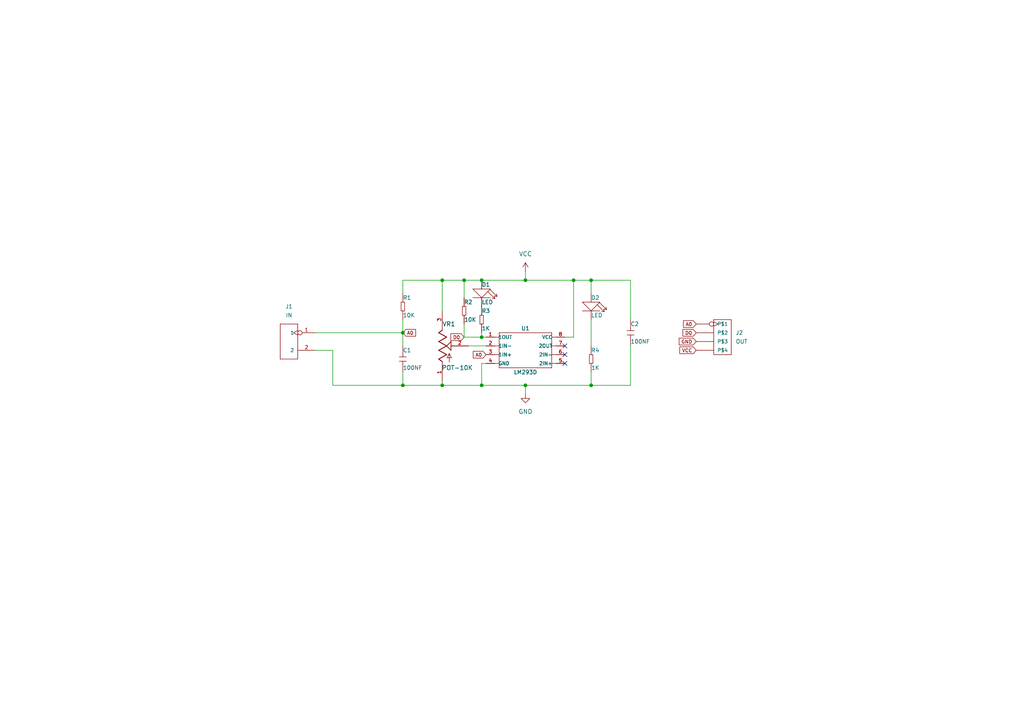
<source format=kicad_sch>
(kicad_sch (version 20211123) (generator eeschema)
  (paper "A4")
  (lib_symbols
    (symbol "3362P-1-103LF:3362P-1-103LF" (pin_names (offset 1.016) hide)
      (property "Reference" "VR" (at -10.1854 2.54 0))
      (property "Value" "3362P-1-103LF" (at -10.16 -7.6454 0))
      (symbol "3362P-1-103LF_0_0"
        (polyline (pts (xy -5.08 0) (xy -4.572 0)) (stroke (width 0.1524)))
        (polyline (pts (xy -4.699 -2.032) (xy -2.159 -2.032)) (stroke (width 0.1524)))
        (polyline (pts (xy -4.572 0) (xy -3.81 1.016)) (stroke (width 0.254)))
        (polyline (pts (xy -3.81 1.016) (xy -2.54 -1.27)) (stroke (width 0.254)))
        (polyline (pts (xy -3.429 -2.667) (xy -3.429 -1.397)) (stroke (width 0.1524)))
        (polyline (pts (xy -3.429 -1.397) (xy -2.159 -2.032)) (stroke (width 0.1524)))
        (polyline (pts (xy -2.54 -1.27) (xy -1.27 1.016)) (stroke (width 0.254)))
        (polyline (pts (xy -2.159 -2.032) (xy -3.429 -2.667)) (stroke (width 0.1524)))
        (polyline (pts (xy -1.27 -2.54) (xy 0 -1.27)) (stroke (width 0.2032)))
        (polyline (pts (xy -1.27 1.016) (xy 0 -1.27)) (stroke (width 0.254)))
        (polyline (pts (xy 0 -1.27) (xy 1.27 -2.54)) (stroke (width 0.2032)))
        (polyline (pts (xy 0 -1.27) (xy 1.27 1.016)) (stroke (width 0.254)))
        (polyline (pts (xy 1.27 -2.54) (xy -1.27 -2.54)) (stroke (width 0.2032)))
        (polyline (pts (xy 1.27 1.016) (xy 2.54 -1.27)) (stroke (width 0.254)))
        (polyline (pts (xy 2.54 -1.27) (xy 3.81 1.016)) (stroke (width 0.254)))
        (polyline (pts (xy 3.81 1.016) (xy 4.572 0)) (stroke (width 0.254)))
        (polyline (pts (xy 4.572 0) (xy 5.08 0)) (stroke (width 0.1524)))
        (pin passive line (at -10.16 0 0) (length 5.08) (name "~") (number "1"))
        (pin passive line (at 0 -7.62 90) (length 5.08) (name "~") (number "2"))
        (pin passive line (at 10.16 0 180) (length 5.08) (name "~") (number "3"))
      )
    )
    (symbol "OPL_Capacitor:CERAMIC-100NF-50V-10%-X7R_0603_" (pin_numbers hide) (pin_names (offset 1.016) hide)
      (property "Reference" "C" (at -3.81 1.27 0))
      (property "Value" "CERAMIC-100NF-50V-10%-X7R_0603_" (at -3.81 -2.54 0))
      (symbol "CERAMIC-100NF-50V-10%-X7R_0603__1_0"
        (polyline (pts (xy -1.27 0) (xy -0.635 0)))
        (polyline (pts (xy -0.635 -1.016) (xy -0.635 0)))
        (polyline (pts (xy -0.635 0) (xy -0.635 1.016)))
        (polyline (pts (xy 0.635 0) (xy 0.635 -1.016)))
        (polyline (pts (xy 0.635 0) (xy 1.27 0)))
        (polyline (pts (xy 0.635 1.016) (xy 0.635 0)))
      )
      (symbol "CERAMIC-100NF-50V-10%-X7R_0603__1_1"
        (pin passive line (at -3.81 0 0) (length 2.54) (name "1") (number "1"))
        (pin passive line (at 3.81 0 180) (length 2.54) (name "2") (number "2"))
      )
    )
    (symbol "OPL_Connector:DIP-BLACK-MALE-HEADER-VERT_2P-2.54_" (pin_names (offset 1.016))
      (property "Reference" "J" (at -6.35 6.35 0))
      (property "Value" "DIP-BLACK-MALE-HEADER-VERT_2P-2.54_" (at 1.27 6.35 0))
      (symbol "DIP-BLACK-MALE-HEADER-VERT_2P-2.54__1_0"
        (polyline (pts (xy -2.54 -5.08) (xy -2.54 5.08)))
        (polyline (pts (xy -2.54 5.08) (xy 2.54 5.08)))
        (polyline (pts (xy 2.54 -5.08) (xy -2.54 -5.08)))
        (polyline (pts (xy 2.54 5.08) (xy 2.54 -5.08)))
      )
      (symbol "DIP-BLACK-MALE-HEADER-VERT_2P-2.54__1_1"
        (pin bidirectional inverted_clock (at -7.62 2.54 0) (length 5.08) (name "1") (number "1"))
        (pin bidirectional line (at -7.62 -2.54 0) (length 5.08) (name "2") (number "2"))
      )
    )
    (symbol "OPL_Connector:DIP-BLACK-MALE-HEADER-VERT_4P-2.54_" (pin_numbers hide) (pin_names (offset 1.016))
      (property "Reference" "J" (at -7.62 6.35 0))
      (property "Value" "DIP-BLACK-MALE-HEADER-VERT_4P-2.54_" (at -1.27 6.35 0))
      (symbol "DIP-BLACK-MALE-HEADER-VERT_4P-2.54__1_0"
        (polyline (pts (xy -2.54 -5.08) (xy -2.54 5.08)))
        (polyline (pts (xy -2.54 5.08) (xy 2.54 5.08)))
        (polyline (pts (xy 2.54 -5.08) (xy -2.54 -5.08)))
        (polyline (pts (xy 2.54 5.08) (xy 2.54 -5.08)))
      )
      (symbol "DIP-BLACK-MALE-HEADER-VERT_4P-2.54__1_1"
        (pin bidirectional inverted_clock (at -7.62 3.81 0) (length 5.08) (name "P$1") (number "1"))
        (pin bidirectional line (at -7.62 1.27 0) (length 5.08) (name "P$2") (number "2"))
        (pin bidirectional line (at -7.62 -1.27 0) (length 5.08) (name "P$3") (number "3"))
        (pin bidirectional line (at -7.62 -3.81 0) (length 5.08) (name "P$4") (number "4"))
      )
    )
    (symbol "OPL_Integrated_Circuit:AMPLIFIER-LM293D_SOIC8_" (pin_names (offset 1.016))
      (property "Reference" "U" (at -7.62 6.35 0))
      (property "Value" "AMPLIFIER-LM293D_SOIC8_" (at 0 6.35 0))
      (symbol "AMPLIFIER-LM293D_SOIC8__1_0"
        (polyline (pts (xy -8.89 -3.81) (xy -7.62 -3.81)))
        (polyline (pts (xy -8.89 -1.27) (xy -7.62 -1.27)))
        (polyline (pts (xy -8.89 1.27) (xy -7.62 1.27)))
        (polyline (pts (xy -8.89 3.81) (xy -7.62 3.81)))
        (polyline (pts (xy -7.62 -5.08) (xy -7.62 -3.81)))
        (polyline (pts (xy -7.62 -3.81) (xy -7.62 -1.27)))
        (polyline (pts (xy -7.62 -1.27) (xy -7.62 1.27)))
        (polyline (pts (xy -7.62 1.27) (xy -7.62 3.81)))
        (polyline (pts (xy -7.62 3.81) (xy -7.62 5.08)))
        (polyline (pts (xy -7.62 5.08) (xy 7.62 5.08)))
        (polyline (pts (xy 7.62 -5.08) (xy -7.62 -5.08)))
        (polyline (pts (xy 7.62 -3.81) (xy 8.89 -3.81)))
        (polyline (pts (xy 7.62 -1.27) (xy 8.89 -1.27)))
        (polyline (pts (xy 7.62 1.27) (xy 8.89 1.27)))
        (polyline (pts (xy 7.62 3.81) (xy 8.89 3.81)))
        (polyline (pts (xy 7.62 5.08) (xy 7.62 -5.08)))
      )
      (symbol "AMPLIFIER-LM293D_SOIC8__1_1"
        (pin output line (at -11.43 3.81 0) (length 2.54) (name "1OUT") (number "1"))
        (pin input line (at -11.43 1.27 0) (length 2.54) (name "1IN-") (number "2"))
        (pin input line (at -11.43 -1.27 0) (length 2.54) (name "1IN+") (number "3"))
        (pin power_out line (at -11.43 -3.81 0) (length 2.54) (name "GND") (number "4"))
        (pin input line (at 11.43 -3.81 180) (length 2.54) (name "2IN+") (number "5"))
        (pin input line (at 11.43 -1.27 180) (length 2.54) (name "2IN-") (number "6"))
        (pin output line (at 11.43 1.27 180) (length 2.54) (name "2OUT") (number "7"))
        (pin power_out line (at 11.43 3.81 180) (length 2.54) (name "VCC") (number "8"))
      )
    )
    (symbol "OPL_Optoelectronics:LED-SMD-RED-DIFFUSED_0603_" (pin_numbers hide) (pin_names (offset 1.016) hide)
      (property "Reference" "D" (at -7.62 1.27 0))
      (property "Value" "LED-SMD-RED-DIFFUSED_0603_" (at -5.08 -5.08 0))
      (symbol "LED-SMD-RED-DIFFUSED_0603__1_0"
        (polyline (pts (xy -1.27 -2.54) (xy -1.27 2.54)))
        (polyline (pts (xy -1.27 2.54) (xy -1.143 2.413)))
        (polyline (pts (xy -1.143 2.413) (xy -0.508 1.778)))
        (polyline (pts (xy -1.143 2.413) (xy 0.889 4.445)))
        (polyline (pts (xy -0.508 1.778) (xy 1.27 0)))
        (polyline (pts (xy -0.508 1.778) (xy 1.524 3.81)))
        (polyline (pts (xy 0.889 4.445) (xy 0.127 4.318)))
        (polyline (pts (xy 0.889 4.445) (xy 0.762 3.683)))
        (polyline (pts (xy 1.27 0) (xy -1.27 -2.54)))
        (polyline (pts (xy 1.27 2.54) (xy 1.27 -2.54)))
        (polyline (pts (xy 1.524 3.81) (xy 0.762 3.683)))
        (polyline (pts (xy 1.524 3.81) (xy 1.397 3.048)))
      )
      (symbol "LED-SMD-RED-DIFFUSED_0603__1_1"
        (pin passive line (at -3.81 0 0) (length 2.54) (name "+") (number "1"))
        (pin passive line (at 3.81 0 180) (length 2.54) (name "-") (number "2"))
      )
    )
    (symbol "OPL_Resistor:SMD-RES-10K-1%-1_10W_0603_" (pin_numbers hide) (pin_names (offset 1.016) hide)
      (property "Reference" "R" (at -3.81 1.27 0))
      (property "Value" "SMD-RES-10K-1%-1_10W_0603_" (at -3.81 -2.54 0))
      (symbol "SMD-RES-10K-1%-1_10W_0603__1_0"
        (polyline (pts (xy -1.27 -0.508) (xy -1.27 0.508)))
        (polyline (pts (xy -1.27 0.508) (xy 1.27 0.508)))
        (polyline (pts (xy 1.27 -0.508) (xy -1.27 -0.508)))
        (polyline (pts (xy 1.27 0.508) (xy 1.27 -0.508)))
      )
      (symbol "SMD-RES-10K-1%-1_10W_0603__1_1"
        (pin passive line (at -3.81 0 0) (length 2.54) (name "1") (number "1"))
        (pin passive line (at 3.81 0 180) (length 2.54) (name "2") (number "2"))
      )
    )
    (symbol "OPL_Resistor:SMD-RES-1K-1%-1_10W_0603_" (pin_numbers hide) (pin_names (offset 1.016) hide)
      (property "Reference" "R" (at -3.81 1.27 0))
      (property "Value" "SMD-RES-1K-1%-1_10W_0603_" (at -3.81 -2.54 0))
      (symbol "SMD-RES-1K-1%-1_10W_0603__1_0"
        (polyline (pts (xy -1.27 -0.508) (xy -1.27 0.508)))
        (polyline (pts (xy -1.27 0.508) (xy 1.27 0.508)))
        (polyline (pts (xy 1.27 -0.508) (xy -1.27 -0.508)))
        (polyline (pts (xy 1.27 0.508) (xy 1.27 -0.508)))
      )
      (symbol "SMD-RES-1K-1%-1_10W_0603__1_1"
        (pin passive line (at -3.81 0 0) (length 2.54) (name "1") (number "1"))
        (pin passive line (at 3.81 0 180) (length 2.54) (name "2") (number "2"))
      )
    )
    (symbol "power:GND" (power) (pin_names (offset 0))
      (property "Value" "GND" (at 0 -3.81 0))
      (symbol "GND_0_1"
        (polyline (pts (xy 0 0) (xy 0 -1.27) (xy 1.27 -1.27) (xy 0 -2.54) (xy -1.27 -1.27) (xy 0 -1.27)))
      )
      (symbol "GND_1_1"
        (pin power_in line (at 0 0 270) (length 0) hide (name "GND") (number "1"))
      )
    )
    (symbol "power:VCC" (power) (pin_names (offset 0))
      (property "Value" "VCC" (at 0 3.81 0))
      (symbol "VCC_0_1"
        (polyline (pts (xy -0.762 1.27) (xy 0 2.54)))
        (polyline (pts (xy 0 0) (xy 0 2.54)))
        (polyline (pts (xy 0 2.54) (xy 0.762 1.27)))
      )
      (symbol "VCC_1_1"
        (pin power_in line (at 0 0 90) (length 0) hide (name "VCC") (number "1"))
      )
    )
  )
  (junction (at 128.27 81.28))
  (junction (at 134.62 81.28))
  (junction (at 171.45 81.28))
  (junction (at 139.7 81.28))
  (junction (at 116.84 111.76))
  (junction (at 116.84 96.52))
  (junction (at 166.37 81.28))
  (junction (at 128.27 111.76))
  (junction (at 171.45 111.76))
  (junction (at 152.4 81.28))
  (junction (at 139.7 97.79))
  (junction (at 152.4 111.76))
  (junction (at 139.7 111.76))
  (no_connect (at 163.83 105.41))
  (no_connect (at 163.83 100.33))
  (no_connect (at 163.83 102.87))
  (wire (pts (xy 116.84 81.28) (xy 128.27 81.28)))
  (wire (pts (xy 139.7 111.76) (xy 152.4 111.76)))
  (wire (pts (xy 166.37 81.28) (xy 171.45 81.28)))
  (wire (pts (xy 96.52 111.76) (xy 116.84 111.76)))
  (wire (pts (xy 171.45 92.71) (xy 171.45 100.33)))
  (wire (pts (xy 135.89 100.33) (xy 140.97 100.33)))
  (wire (pts (xy 182.88 100.33) (xy 182.88 111.76)))
  (wire (pts (xy 139.7 105.41) (xy 139.7 111.76)))
  (wire (pts (xy 91.44 96.52) (xy 116.84 96.52)))
  (wire (pts (xy 139.7 81.28) (xy 152.4 81.28)))
  (wire (pts (xy 134.62 93.98) (xy 134.62 97.79)))
  (wire (pts (xy 182.88 81.28) (xy 182.88 92.71)))
  (wire (pts (xy 140.97 105.41) (xy 139.7 105.41)))
  (wire (pts (xy 171.45 81.28) (xy 171.45 85.09)))
  (wire (pts (xy 166.37 81.28) (xy 166.37 97.79)))
  (wire (pts (xy 171.45 111.76) (xy 182.88 111.76)))
  (wire (pts (xy 96.52 111.76) (xy 96.52 101.6)))
  (wire (pts (xy 140.97 97.79) (xy 139.7 97.79)))
  (wire (pts (xy 116.84 111.76) (xy 128.27 111.76)))
  (wire (pts (xy 139.7 97.79) (xy 139.7 96.52)))
  (wire (pts (xy 116.84 96.52) (xy 116.84 100.33)))
  (wire (pts (xy 163.83 97.79) (xy 166.37 97.79)))
  (wire (pts (xy 96.52 101.6) (xy 91.44 101.6)))
  (wire (pts (xy 171.45 107.95) (xy 171.45 111.76)))
  (wire (pts (xy 134.62 81.28) (xy 134.62 86.36)))
  (wire (pts (xy 152.4 111.76) (xy 171.45 111.76)))
  (wire (pts (xy 152.4 81.28) (xy 166.37 81.28)))
  (wire (pts (xy 128.27 110.49) (xy 128.27 111.76)))
  (wire (pts (xy 134.62 97.79) (xy 139.7 97.79)))
  (wire (pts (xy 128.27 81.28) (xy 134.62 81.28)))
  (wire (pts (xy 152.4 114.3) (xy 152.4 111.76)))
  (wire (pts (xy 134.62 81.28) (xy 139.7 81.28)))
  (wire (pts (xy 128.27 111.76) (xy 139.7 111.76)))
  (wire (pts (xy 171.45 81.28) (xy 182.88 81.28)))
  (wire (pts (xy 128.27 81.28) (xy 128.27 90.17)))
  (wire (pts (xy 116.84 92.71) (xy 116.84 96.52)))
  (wire (pts (xy 116.84 107.95) (xy 116.84 111.76)))
  (wire (pts (xy 152.4 78.74) (xy 152.4 81.28)))
  (wire (pts (xy 116.84 81.28) (xy 116.84 85.09)))
  (global_label "A0" (shape input) (at 140.97 102.87 180) (effects (font (size 1 1))) (property "Intersheet References" "${INTERSHEET_REFS}" (effects hide)))
  (global_label "VCC" (shape input) (at 201.93 101.6 180) (effects (font (size 1 1))) (property "Intersheet References" "${INTERSHEET_REFS}" (effects hide)))
  (global_label "GND" (shape input) (at 201.93 99.06 180) (effects (font (size 1 1))) (property "Intersheet References" "${INTERSHEET_REFS}" (effects hide)))
  (global_label "D0" (shape input) (at 134.62 97.79 180) (effects (font (size 1 1))) (property "Intersheet References" "${INTERSHEET_REFS}" (effects hide)))
  (global_label "D0" (shape input) (at 201.93 96.52 180) (effects (font (size 1 1))) (property "Intersheet References" "${INTERSHEET_REFS}" (effects hide)))
  (global_label "A0" (shape input) (at 201.93 93.98 180) (effects (font (size 1 1))) (property "Intersheet References" "${INTERSHEET_REFS}" (effects hide)))
  (global_label "A0" (shape input) (at 116.84 96.52 0) (effects (font (size 1 1))) (property "Intersheet References" "${INTERSHEET_REFS}" (effects hide)))
  (symbol (lib_id "power:VCC") (at 152.4 78.74 0) (unit 1)
    (property "Reference" "#PWR01" (effects hide))
    (property "Value" "VCC" (at 152.4 73.66 0))
  )
  (symbol (lib_id "OPL_Connector:DIP-BLACK-MALE-HEADER-VERT_4P-2.54_") (at 209.55 97.79 0) (unit 1)
    (property "Reference" "J2" (at 213.36 96.52 0) (effects (font (size 1.143 1.143)) (justify left)))
    (property "Value" "OUT" (at 213.36 99.06 0) (effects (font (size 1.143 1.143)) (justify left)))
    (property "Footprint" "OPL_Connector:H4-2.54" (effects hide))
    (property "MPN" "P125-1104A0BS116A1" (effects hide))
    (property "SKU" "320020017" (effects hide))
  )
  (symbol (lib_id "OPL_Integrated_Circuit:AMPLIFIER-LM293D_SOIC8_") (at 152.4 101.6 0) (unit 1)
    (property "Reference" "U1" (at 152.4 95.25 0) (effects (font (size 1.143 1.143))))
    (property "Value" "LM293D" (at 152.4 107.95 0) (effects (font (size 1.143 1.143))))
    (property "Footprint" "OPL_Integrated_Circuit:SOIC8-1.27-5X4MM" (effects hide))
    (property "MPN" "LM293D" (effects hide))
    (property "SKU" "310020016" (effects hide))
  )
  (symbol (lib_id "OPL_Resistor:SMD-RES-1K-1%-1_10W_0603_") (at 171.45 104.14 90) (unit 1)
    (property "Reference" "R4" (at 171.45 101.6 90) (effects (font (size 1.143 1.143)) (justify right)))
    (property "Value" "1K" (at 171.45 106.68 90) (effects (font (size 1.143 1.143)) (justify right)))
    (property "Footprint" "OPL_Resistor:R0603" (effects hide))
    (property "MPN" "RC0603FR-071KL" (effects hide))
    (property "SKU" "301010298" (effects hide))
  )
  (symbol (lib_id "power:GND") (at 152.4 114.3 0) (unit 1)
    (property "Reference" "#PWR02" (effects hide))
    (property "Value" "GND" (at 152.4 119.38 0))
  )
  (symbol (lib_id "OPL_Optoelectronics:LED-SMD-RED-DIFFUSED_0603_") (at 139.7 85.09 270) (unit 1)
    (property "Reference" "D1" (at 139.7 82.55 90) (effects (font (size 1.143 1.143)) (justify left)))
    (property "Value" "LED" (at 139.7 87.63 90) (effects (font (size 1.143 1.143)) (justify left)))
    (property "Footprint" "OPL_Optoelectronics:LED-0603" (effects hide))
    (property "MPN" "19-217-R6C-AL1M2VY-3T" (effects hide))
    (property "SKU" "304090042" (effects hide))
  )
  (symbol (lib_id "OPL_Capacitor:CERAMIC-100NF-50V-10%-X7R_0603_") (at 116.84 104.14 90) (unit 1)
    (property "Reference" "C1" (at 116.84 101.6 90) (effects (font (size 1.143 1.143)) (justify right)))
    (property "Value" "100NF" (at 116.84 106.68 90) (effects (font (size 1.143 1.143)) (justify right)))
    (property "Footprint" "OPL_Capacitor:C0603" (effects hide))
    (property "MPN" "CC0603KRX7R9BB104" (effects hide))
    (property "SKU" "302010138" (effects hide))
  )
  (symbol (lib_id "OPL_Resistor:SMD-RES-10K-1%-1_10W_0603_") (at 116.84 88.9 90) (unit 1)
    (property "Reference" "R1" (at 116.84 86.36 90) (effects (font (size 1.143 1.143)) (justify right)))
    (property "Value" "10K" (at 116.84 91.44 90) (effects (font (size 1.143 1.143)) (justify right)))
    (property "Footprint" "OPL_Resistor:R0603" (effects hide))
    (property "MPN" "RC0603FR-0710KL" (effects hide))
    (property "SKU" "301010299" (effects hide))
  )
  (symbol (lib_id "OPL_Resistor:SMD-RES-10K-1%-1_10W_0603_") (at 134.62 90.17 90) (unit 1)
    (property "Reference" "R2" (at 134.62 87.63 90) (effects (font (size 1.143 1.143)) (justify right)))
    (property "Value" "10K" (at 134.62 92.71 90) (effects (font (size 1.143 1.143)) (justify right)))
    (property "Footprint" "OPL_Resistor:R0603" (effects hide))
    (property "MPN" "RC0603FR-0710KL" (effects hide))
    (property "SKU" "301010299" (effects hide))
  )
  (symbol (lib_id "OPL_Resistor:SMD-RES-1K-1%-1_10W_0603_") (at 139.7 92.71 90) (unit 1)
    (property "Reference" "R3" (at 139.7 90.17 90) (effects (font (size 1.143 1.143)) (justify right)))
    (property "Value" "1K" (at 139.7 95.25 90) (effects (font (size 1.143 1.143)) (justify right)))
    (property "Footprint" "OPL_Resistor:R0603" (effects hide))
    (property "MPN" "RC0603FR-071KL" (effects hide))
    (property "SKU" "301010298" (effects hide))
  )
  (symbol (lib_id "3362P-1-103LF:3362P-1-103LF") (at 128.27 100.33 90) (unit 1)
    (property "Reference" "VR1" (at 132.08 93.98 90) (effects (justify left)))
    (property "Value" "POT-10K" (at 137.16 106.68 90) (effects (justify left)))
    (property "Footprint" "TRIM_3362P-1-103LF:TRIM_3362P-1-103LF" (effects hide))
    (property "MP" "3362P-1-205LF" (effects hide))
    (property "PARTREV" "08/26/10" (effects hide))
    (property "MF" "Bourns" (effects hide))
    (property "STANDARD" "Manufacturer Recommendation" (effects hide))
  )
  (symbol (lib_id "OPL_Connector:DIP-BLACK-MALE-HEADER-VERT_2P-2.54_") (at 83.82 99.06 0) (mirror y) (unit 1)
    (property "Reference" "J1" (at 83.82 88.9 0) (effects (font (size 1.143 1.143))))
    (property "Value" "IN" (at 83.82 91.44 0) (effects (font (size 1.143 1.143))))
    (property "Footprint" "OPL_Connector:H2-2.54" (effects hide))
    (property "MPN" "P125-1102A0BS116A1" (effects hide))
    (property "SKU" "320020016" (effects hide))
  )
  (symbol (lib_id "OPL_Capacitor:CERAMIC-100NF-50V-10%-X7R_0603_") (at 182.88 96.52 90) (unit 1)
    (property "Reference" "C2" (at 182.88 93.98 90) (effects (font (size 1.143 1.143)) (justify right)))
    (property "Value" "100NF" (at 182.88 99.06 90) (effects (font (size 1.143 1.143)) (justify right)))
    (property "Footprint" "OPL_Capacitor:C0603" (effects hide))
    (property "MPN" "CC0603KRX7R9BB104" (effects hide))
    (property "SKU" "302010138" (effects hide))
  )
  (symbol (lib_id "OPL_Optoelectronics:LED-SMD-RED-DIFFUSED_0603_") (at 171.45 88.9 270) (unit 1)
    (property "Reference" "D2" (at 171.45 86.36 90) (effects (font (size 1.143 1.143)) (justify left)))
    (property "Value" "LED" (at 171.45 91.44 90) (effects (font (size 1.143 1.143)) (justify left)))
    (property "Footprint" "OPL_Optoelectronics:LED-0603" (effects hide))
    (property "MPN" "19-217-R6C-AL1M2VY-3T" (effects hide))
    (property "SKU" "304090042" (effects hide))
  )
)
</source>
